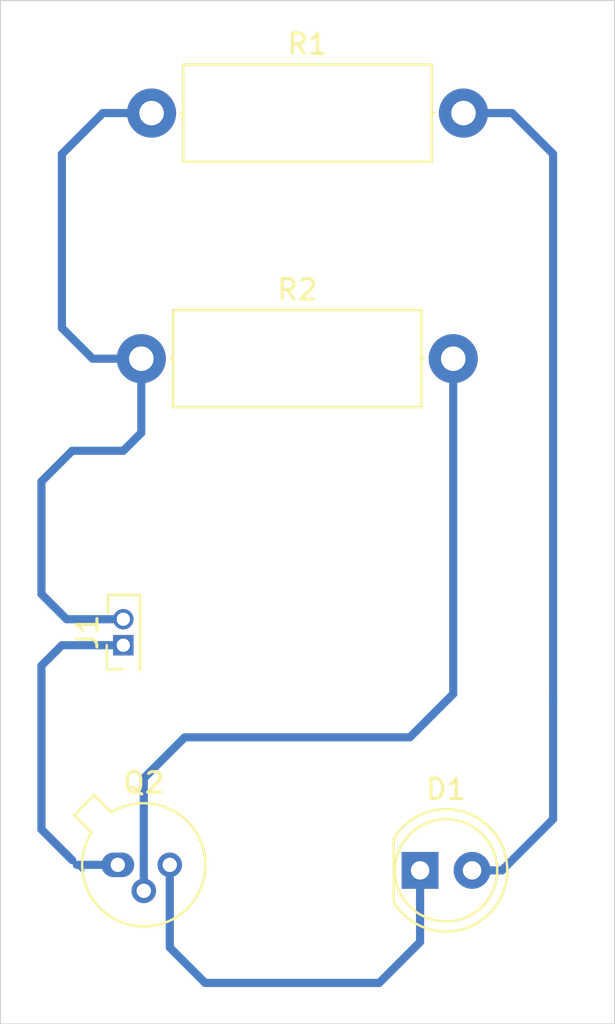
<source format=kicad_pcb>
(kicad_pcb (version 20241229) (generator "pcbnew") (generator_version "9.0")
  (layers (0 "F.Cu" signal) (2 "B.Cu" signal) (13 "F.Paste" user) (15 "B.Paste" user) (5 "F.SilkS" user "F.Silkscreen") (7 "B.SilkS" user "B.Silkscreen") (1 "F.Mask" user) (3 "B.Mask" user) (25 "Edge.Cuts" user))
  (net 0 "")
  (net 1 "Net-(D1-K)")
  (net 2 "Net-(D1-A)")
  (net 3 "GND")
  (net 4 "Net-(Q2-B)")
  (net 5 "VCC")
  (footprint "Connector_PinHeader_1.27mm:PinHeader_2x01_P1.27mm_Vertical" (layer "F.Cu") (at 36 81.5 90)
    (property "Reference" "J1" (at 0.635 -1.745 90) (layer "F.SilkS"))
    (property "Value" "Conn_01x02_Pin")
    (fp_line (start -1.18 -0.81) (end 0 -0.81) (stroke (width 0.12)) (layer "F.SilkS"))
    (fp_line (start 2.45 -0.745) (end 2.45 0.745) (stroke (width 0.12)) (layer "F.SilkS"))
    (fp_line (start 1.587923 -0.745) (end 2.45 -0.745) (stroke (width 0.12)) (layer "F.SilkS"))
    (fp_line (start -1.18 0) (end -1.18 -0.81) (stroke (width 0.12)) (layer "F.SilkS"))
    (fp_line (start -1.18 0.81) (end -1.18 0.745) (stroke (width 0.12)) (layer "F.SilkS"))
    (fp_line (start -1.18 0.81) (end 2.45 0.81) (stroke (width 0.12)) (layer "F.SilkS"))
    (fp_line (start -1.18 0.81) (end -0.666708 0.81) (stroke (width 0.12)) (layer "F.SilkS"))
    (pad "1" thru_hole rect (at 0 0 90) (size 1 1) (drill 0.65) (layers "*.Cu" "*.Mask") (net 3 "GND"))
    (pad "2" thru_hole circle (at 1.27 0 90) (size 1 1) (drill 0.65) (layers "*.Cu" "*.Mask") (net 5 "VCC"))
  )
  (footprint "Resistor_THT:R_Axial_DIN0414_L11.9mm_D4.5mm_P15.24mm_Horizontal" (layer "F.Cu") (at 37.38 55.5)
    (property "Reference" "R1" (at 7.62 -3.37 0) (layer "F.SilkS"))
    (property "Value" "R")
    (fp_line (start 1.44 0) (end 1.55 0) (stroke (width 0.12)) (layer "F.SilkS"))
    (fp_line (start 13.8 0) (end 13.69 0) (stroke (width 0.12)) (layer "F.SilkS"))
    (fp_rect (start 1.55 -2.37) (end 13.69 2.37) (stroke (width 0.12)) (fill no) (layer "F.SilkS"))
    (pad "1" thru_hole circle (at 0 0) (size 2.4 2.4) (drill 1.2) (layers "*.Cu" "*.Mask") (net 5 "VCC"))
    (pad "2" thru_hole circle (at 15.24 0) (size 2.4 2.4) (drill 1.2) (layers "*.Cu" "*.Mask") (net 2 "Net-(D1-A)"))
  )
  (footprint "Package_TO_SOT_THT:TO-18-3" (layer "F.Cu") (at 35.73 92.23)
    (property "Reference" "Q2" (at 1.27 -4.01 0) (layer "F.SilkS"))
    (property "Value" "BC108")
    (fp_line (start -2.130108 -2.424301) (end -1.289618 -1.583811) (stroke (width 0.12)) (layer "F.SilkS"))
    (fp_line (start -1.154301 -3.400108) (end -2.130108 -2.424301) (stroke (width 0.12)) (layer "F.SilkS"))
    (fp_line (start -0.313811 -2.559618) (end -1.154301 -3.400108) (stroke (width 0.12)) (layer "F.SilkS"))
    (fp_arc (start -0.313811 -2.559618) (mid 3.398391 2.128391) (end -1.289618 -1.583811) (stroke (width 0.12)) (layer "F.SilkS"))
    (pad "1" thru_hole oval (at 0 0) (size 1.6 1.2) (drill 0.7) (layers "*.Cu" "*.Mask") (net 3 "GND"))
    (pad "2" thru_hole circle (at 1.27 1.27) (size 1.2 1.2) (drill 0.7) (layers "*.Cu" "*.Mask") (net 4 "Net-(Q2-B)"))
    (pad "3" thru_hole circle (at 2.54 0) (size 1.2 1.2) (drill 0.7) (layers "*.Cu" "*.Mask") (net 1 "Net-(D1-K)"))
  )
  (footprint "Resistor_THT:R_Axial_DIN0414_L11.9mm_D4.5mm_P15.24mm_Horizontal" (layer "F.Cu") (at 36.88 67.5)
    (property "Reference" "R2" (at 7.62 -3.37 0) (layer "F.SilkS"))
    (property "Value" "R")
    (fp_line (start 1.44 0) (end 1.55 0) (stroke (width 0.12)) (layer "F.SilkS"))
    (fp_line (start 13.8 0) (end 13.69 0) (stroke (width 0.12)) (layer "F.SilkS"))
    (fp_rect (start 1.55 -2.37) (end 13.69 2.37) (stroke (width 0.12)) (fill no) (layer "F.SilkS"))
    (pad "1" thru_hole circle (at 0 0) (size 2.4 2.4) (drill 1.2) (layers "*.Cu" "*.Mask") (net 5 "VCC"))
    (pad "2" thru_hole circle (at 15.24 0) (size 2.4 2.4) (drill 1.2) (layers "*.Cu" "*.Mask") (net 4 "Net-(Q2-B)"))
  )
  (footprint "LED_THT:LED_D5.0mm" (layer "F.Cu") (at 50.5 92.5)
    (property "Reference" "D1" (at 1.27 -3.96 0) (layer "F.SilkS"))
    (property "Value" "LED")
    (fp_line (start -1.29 -1.545) (end -1.29 1.545) (stroke (width 0.12)) (layer "F.SilkS"))
    (fp_arc (start -1.29 -1.54483) (mid 2.071779 -2.880495) (end 4.26 0) (stroke (width 0.12)) (layer "F.SilkS"))
    (fp_arc (start 4.26 0) (mid 2.071779 2.880495) (end -1.29 1.54483) (stroke (width 0.12)) (layer "F.SilkS"))
    (fp_circle (center 1.27 0) (end 3.77 0) (stroke (width 0.12)) (fill no) (layer "F.SilkS"))
    (pad "1" thru_hole rect (at 0 0) (size 1.8 1.8) (drill 0.9) (layers "*.Cu" "*.Mask") (net 1 "Net-(D1-K)"))
    (pad "2" thru_hole circle (at 2.54 0) (size 1.8 1.8) (drill 0.9) (layers "*.Cu" "*.Mask") (net 2 "Net-(D1-A)"))
  )
  (gr_rect (start 30 50) (end 60 100) (stroke (width 0.05)) (fill no) (layer "Edge.Cuts"))
  (segment (start 48.5 98) (end 40 98) (width 0.4) (layer "B.Cu") (net 1))
  (segment (start 50.5 92.5) (end 50.5 96) (width 0.4) (layer "B.Cu") (net 1))
  (segment (start 50.5 96) (end 48.5 98) (width 0.4) (layer "B.Cu") (net 1))
  (segment (start 38.27 96.27) (end 38.27 92.23) (width 0.4) (layer "B.Cu") (net 1))
  (segment (start 40 98) (end 38.27 96.27) (width 0.4) (layer "B.Cu") (net 1))
  (segment (start 57 84) (end 57 82.5) (width 0.2) (layer "B.Cu") (net 2))
  (segment (start 57 84) (end 57 90) (width 0.4) (layer "B.Cu") (net 2))
  (segment (start 55 55.5) (end 57 57.5) (width 0.4) (layer "B.Cu") (net 2))
  (segment (start 57 90) (end 54.5 92.5) (width 0.4) (layer "B.Cu") (net 2))
  (segment (start 54.5 92.5) (end 53.04 92.5) (width 0.4) (layer "B.Cu") (net 2))
  (segment (start 57 57.5) (end 57 84) (width 0.4) (layer "B.Cu") (net 2))
  (segment (start 52.62 55.5) (end 55 55.5) (width 0.4) (layer "B.Cu") (net 2))
  (segment (start 53.04 92.5) (end 53 92.5) (width 0.2) (layer "B.Cu") (net 2))
  (segment (start 33.5 92) (end 34 92.5) (width 0.2) (layer "B.Cu") (net 3))
  (segment (start 36 81.5) (end 33 81.5) (width 0.4) (layer "B.Cu") (net 3))
  (segment (start 32 90.5) (end 33.5 92) (width 0.4) (layer "B.Cu") (net 3))
  (segment (start 33.73 92.23) (end 33.5 92) (width 0.2) (layer "B.Cu") (net 3))
  (segment (start 32 90) (end 32 90.5) (width 0.4) (layer "B.Cu") (net 3))
  (segment (start 32 82.5) (end 32 90) (width 0.4) (layer "B.Cu") (net 3))
  (segment (start 35.73 92.23) (end 33.73 92.23) (width 0.4) (layer "B.Cu") (net 3))
  (segment (start 33 81.5) (end 32 82.5) (width 0.4) (layer "B.Cu") (net 3))
  (segment (start 37 88) (end 39 86) (width 0.4) (layer "B.Cu") (net 4))
  (segment (start 39 86) (end 50 86) (width 0.4) (layer "B.Cu") (net 4))
  (segment (start 37 93.5) (end 37 88) (width 0.4) (layer "B.Cu") (net 4))
  (segment (start 50 86) (end 52.12 83.88) (width 0.4) (layer "B.Cu") (net 4))
  (segment (start 52.12 83.88) (end 52.12 67.5) (width 0.4) (layer "B.Cu") (net 4))
  (segment (start 33.5 72) (end 32 73.5) (width 0.4) (layer "B.Cu") (net 5))
  (segment (start 36.88 71.12) (end 36 72) (width 0.4) (layer "B.Cu") (net 5))
  (segment (start 33.23 80.23) (end 36 80.23) (width 0.4) (layer "B.Cu") (net 5))
  (segment (start 32 79) (end 33.23 80.23) (width 0.4) (layer "B.Cu") (net 5))
  (segment (start 36.88 67.5) (end 36.88 71.12) (width 0.4) (layer "B.Cu") (net 5))
  (segment (start 36 72) (end 33.5 72) (width 0.4) (layer "B.Cu") (net 5))
  (segment (start 34.5 67.5) (end 36.88 67.5) (width 0.4) (layer "B.Cu") (net 5))
  (segment (start 35 55.5) (end 33 57.5) (width 0.4) (layer "B.Cu") (net 5))
  (segment (start 33 57.5) (end 33 66) (width 0.4) (layer "B.Cu") (net 5))
  (segment (start 33 66) (end 34.5 67.5) (width 0.4) (layer "B.Cu") (net 5))
  (segment (start 32 73.5) (end 32 79) (width 0.4) (layer "B.Cu") (net 5))
  (segment (start 37.38 55.5) (end 35 55.5) (width 0.4) (layer "B.Cu") (net 5))
)
</source>
